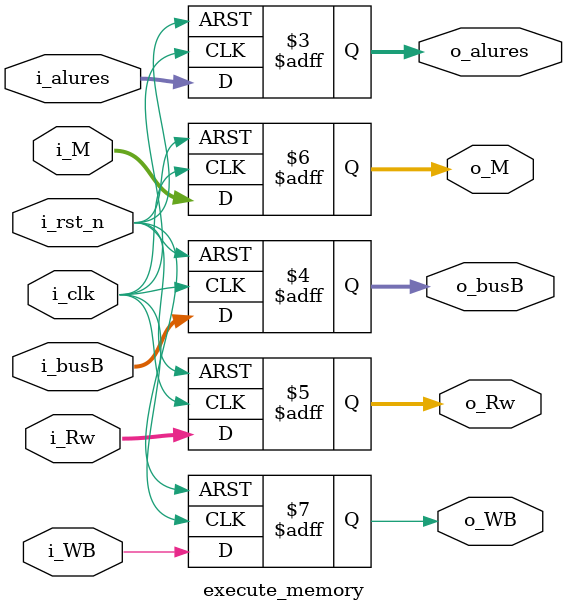
<source format=v>
module execute_memory (i_clk, i_rst_n, i_alures, i_busB,
                       i_Rw, i_M, i_WB,
                       o_alures, o_busB, o_Rw,
                       o_M, o_WB);
  
  input wire         i_clk, i_rst_n;
  input wire  [31:0] i_alures;
  input wire  [31:0] i_busB;
  input wire  [ 4:0] i_Rw;
  input wire  [ 1:0] i_M;
  input wire         i_WB;
  
  output reg  [31:0] o_alures;
  output reg  [31:0] o_busB;
  output reg  [ 4:0] o_Rw;
  output reg  [ 1:0] o_M;
  output reg         o_WB;
  
  always @(posedge i_clk or negedge i_rst_n) begin
    if(!i_rst_n) begin
      o_alures <= 0;
      o_busB   <= 0;
      o_Rw     <= 0;
      o_M      <= 0;
      o_WB     <= 0;
    end
    else begin
      o_alures <= i_alures;
      o_busB   <= i_busB;
      o_Rw     <= i_Rw;
      o_M      <= i_M;
      o_WB     <= i_WB;      
    end
  end 
endmodule
</source>
